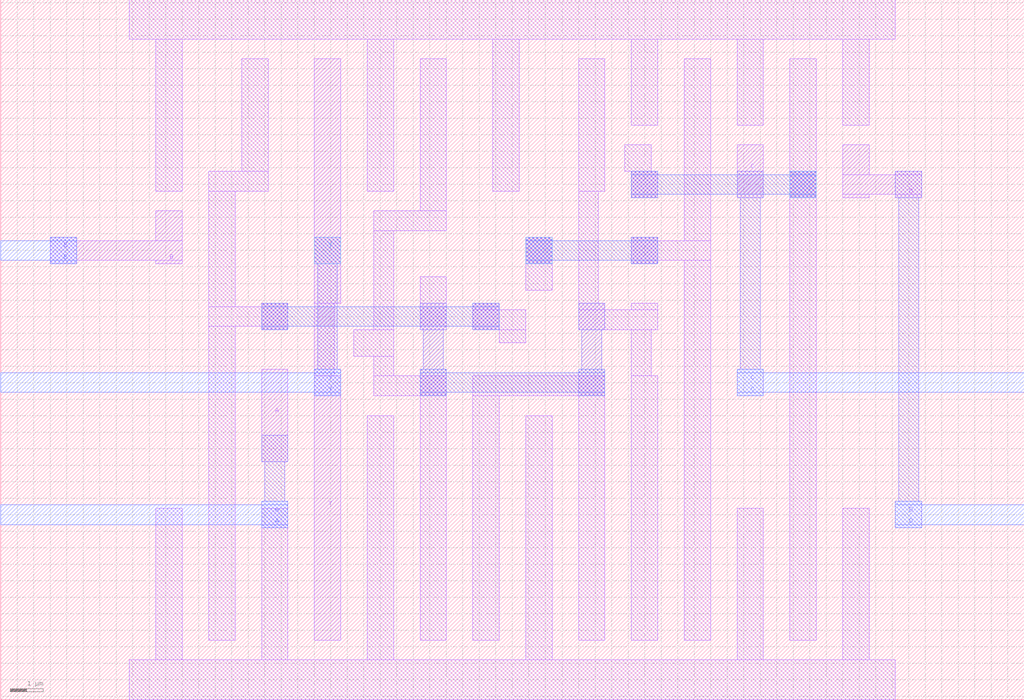
<source format=lef>
VERSION 5.7 ;
  NOWIREEXTENSIONATPIN ON ;
  DIVIDERCHAR "/" ;
  BUSBITCHARS "[]" ;
MACRO non_hwt
  CLASS BLOCK ;
  FOREIGN non_hwt ;
  ORIGIN 3.500 -0.400 ;
  SIZE 31.000 BY 21.200 ;
  PIN A
    PORT
      LAYER metal1 ;
        RECT 4.400 7.600 5.200 10.400 ;
      LAYER metal2 ;
        RECT 4.400 7.600 5.200 8.400 ;
        RECT 4.500 6.400 5.100 7.600 ;
        RECT 4.400 5.600 5.200 6.400 ;
      LAYER metal3 ;
        RECT 4.400 6.300 5.200 6.400 ;
        RECT -3.500 5.700 5.200 6.300 ;
        RECT 4.400 5.600 5.200 5.700 ;
    END
  END A
  PIN B
    PORT
      LAYER metal1 ;
        RECT -2.000 14.300 -1.200 14.400 ;
        RECT 1.200 14.300 2.000 15.200 ;
        RECT -2.000 13.700 2.000 14.300 ;
        RECT -2.000 13.600 -1.200 13.700 ;
        RECT 1.200 13.600 2.000 13.700 ;
      LAYER metal2 ;
        RECT -2.000 13.600 -1.200 14.400 ;
      LAYER metal3 ;
        RECT -2.000 14.300 -1.200 14.400 ;
        RECT -3.500 13.700 -1.200 14.300 ;
        RECT -2.000 13.600 -1.200 13.700 ;
    END
  END B
  PIN C
    PORT
      LAYER metal1 ;
        RECT 18.800 15.600 19.600 17.200 ;
      LAYER metal2 ;
        RECT 18.800 15.600 19.600 16.400 ;
        RECT 18.900 10.400 19.500 15.600 ;
        RECT 18.800 9.600 19.600 10.400 ;
      LAYER metal3 ;
        RECT 18.800 10.300 19.600 10.400 ;
        RECT 18.800 9.700 27.500 10.300 ;
        RECT 18.800 9.600 19.600 9.700 ;
    END
  END C
  PIN D
    PORT
      LAYER metal1 ;
        RECT 22.000 16.300 22.800 17.200 ;
        RECT 23.600 16.300 24.400 16.400 ;
        RECT 22.000 15.700 24.400 16.300 ;
        RECT 22.000 15.600 22.800 15.700 ;
        RECT 23.600 15.600 24.400 15.700 ;
      LAYER metal2 ;
        RECT 23.600 15.600 24.400 16.400 ;
        RECT 23.700 6.400 24.300 15.600 ;
        RECT 23.600 5.600 24.400 6.400 ;
      LAYER metal3 ;
        RECT 23.600 6.300 24.400 6.400 ;
        RECT 23.600 5.700 27.500 6.300 ;
        RECT 23.600 5.600 24.400 5.700 ;
    END
  END D
  PIN Y
    PORT
      LAYER metal1 ;
        RECT 6.000 12.400 6.800 19.800 ;
        RECT 6.000 10.200 6.600 12.400 ;
        RECT 6.000 2.200 6.800 10.200 ;
      LAYER via1 ;
        RECT 6.000 13.600 6.800 14.400 ;
      LAYER metal2 ;
        RECT 6.000 13.600 6.800 14.400 ;
        RECT 6.100 10.400 6.700 13.600 ;
        RECT 6.000 9.600 6.800 10.400 ;
      LAYER metal3 ;
        RECT 6.000 10.300 6.800 10.400 ;
        RECT -3.500 9.700 6.800 10.300 ;
        RECT 6.000 9.600 6.800 9.700 ;
    END
  END Y
  OBS
      LAYER metal1 ;
        RECT 0.400 20.400 23.600 21.600 ;
        RECT 1.200 15.800 2.000 20.400 ;
        RECT 3.800 16.400 4.600 19.800 ;
        RECT 2.800 15.800 4.600 16.400 ;
        RECT 7.600 15.800 8.400 20.400 ;
        RECT 2.800 12.300 3.600 15.800 ;
        RECT 9.200 15.200 10.000 19.800 ;
        RECT 11.400 15.800 12.200 20.400 ;
        RECT 14.000 15.800 14.800 19.800 ;
        RECT 15.600 17.800 16.400 20.400 ;
        RECT 15.400 16.400 16.200 17.200 ;
        RECT 7.800 14.600 10.000 15.200 ;
        RECT 4.400 12.300 5.200 12.400 ;
        RECT 2.800 11.700 5.200 12.300 ;
        RECT 1.200 1.600 2.000 6.200 ;
        RECT 2.800 2.200 3.600 11.700 ;
        RECT 4.400 11.600 5.200 11.700 ;
        RECT 7.800 11.600 8.400 14.600 ;
        RECT 9.200 11.600 10.000 13.200 ;
        RECT 12.400 12.800 13.200 14.400 ;
        RECT 14.000 12.400 14.600 15.800 ;
        RECT 15.600 15.600 16.400 16.400 ;
        RECT 15.600 14.300 16.400 14.400 ;
        RECT 17.200 14.300 18.000 19.800 ;
        RECT 18.800 17.800 19.600 20.400 ;
        RECT 15.600 13.700 18.000 14.300 ;
        RECT 15.600 13.600 16.400 13.700 ;
        RECT 10.800 12.200 11.600 12.400 ;
        RECT 14.000 12.200 14.800 12.400 ;
        RECT 15.600 12.200 16.400 12.400 ;
        RECT 10.800 11.600 12.400 12.200 ;
        RECT 14.000 11.600 16.400 12.200 ;
        RECT 7.200 10.800 8.400 11.600 ;
        RECT 11.600 11.200 12.400 11.600 ;
        RECT 7.800 10.200 8.400 10.800 ;
        RECT 15.600 10.200 16.200 11.600 ;
        RECT 7.800 9.600 10.000 10.200 ;
        RECT 4.400 1.600 5.200 6.200 ;
        RECT 7.600 1.600 8.400 9.000 ;
        RECT 9.200 2.200 10.000 9.600 ;
        RECT 10.800 9.600 14.800 10.200 ;
        RECT 10.800 2.200 11.600 9.600 ;
        RECT 12.400 1.600 13.200 9.000 ;
        RECT 14.000 2.200 14.800 9.600 ;
        RECT 15.600 2.200 16.400 10.200 ;
        RECT 17.200 2.200 18.000 13.700 ;
        RECT 18.800 1.600 19.600 6.200 ;
        RECT 20.400 2.200 21.200 19.800 ;
        RECT 22.000 17.800 22.800 20.400 ;
        RECT 22.000 1.600 22.800 6.200 ;
        RECT 0.400 0.400 23.600 1.600 ;
      LAYER via1 ;
        RECT 12.400 13.600 13.200 14.400 ;
        RECT 20.400 15.600 21.200 16.400 ;
      LAYER metal2 ;
        RECT 15.600 15.600 16.400 16.400 ;
        RECT 20.400 15.600 21.200 16.400 ;
        RECT 12.400 13.600 13.200 14.400 ;
        RECT 15.600 13.600 16.400 14.400 ;
        RECT 4.400 11.600 5.200 12.400 ;
        RECT 9.200 11.600 10.000 12.400 ;
        RECT 10.800 11.600 11.600 12.400 ;
        RECT 14.000 11.600 14.800 12.400 ;
        RECT 9.300 10.400 9.900 11.600 ;
        RECT 14.100 10.400 14.700 11.600 ;
        RECT 9.200 9.600 10.000 10.400 ;
        RECT 14.000 9.600 14.800 10.400 ;
      LAYER metal3 ;
        RECT 15.600 16.300 16.400 16.400 ;
        RECT 20.400 16.300 21.200 16.400 ;
        RECT 15.600 15.700 21.200 16.300 ;
        RECT 15.600 15.600 16.400 15.700 ;
        RECT 20.400 15.600 21.200 15.700 ;
        RECT 12.400 14.300 13.200 14.400 ;
        RECT 15.600 14.300 16.400 14.400 ;
        RECT 12.400 13.700 16.400 14.300 ;
        RECT 12.400 13.600 13.200 13.700 ;
        RECT 15.600 13.600 16.400 13.700 ;
        RECT 4.400 12.300 5.200 12.400 ;
        RECT 10.800 12.300 11.600 12.400 ;
        RECT 4.400 11.700 11.600 12.300 ;
        RECT 4.400 11.600 5.200 11.700 ;
        RECT 10.800 11.600 11.600 11.700 ;
        RECT 9.200 10.300 10.000 10.400 ;
        RECT 14.000 10.300 14.800 10.400 ;
        RECT 9.200 9.700 14.800 10.300 ;
        RECT 9.200 9.600 10.000 9.700 ;
        RECT 14.000 9.600 14.800 9.700 ;
  END
END non_hwt
END LIBRARY


</source>
